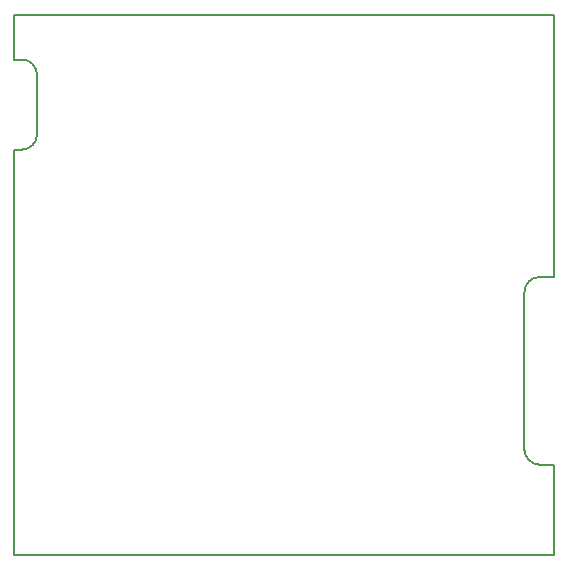
<source format=gbr>
G04 #@! TF.FileFunction,Profile,NP*
%FSLAX46Y46*%
G04 Gerber Fmt 4.6, Leading zero omitted, Abs format (unit mm)*
G04 Created by KiCad (PCBNEW 4.0.7) date 08/08/18 17:07:12*
%MOMM*%
%LPD*%
G01*
G04 APERTURE LIST*
%ADD10C,0.100000*%
%ADD11C,0.150000*%
G04 APERTURE END LIST*
D10*
D11*
X165100000Y-123190000D02*
X165100000Y-124460000D01*
X163830000Y-123190000D02*
X165100000Y-123190000D01*
X165100000Y-107315000D02*
X165100000Y-106045000D01*
X163830000Y-107315000D02*
X165100000Y-107315000D01*
X119380000Y-96520000D02*
X120015000Y-96520000D01*
X119380000Y-97790000D02*
X119380000Y-96520000D01*
X119380000Y-88900000D02*
X120015000Y-88900000D01*
X119380000Y-87630000D02*
X119380000Y-88900000D01*
X119380000Y-97790000D02*
X119380000Y-130175000D01*
X121285000Y-90170000D02*
X121285000Y-95250000D01*
X119380000Y-85090000D02*
X119380000Y-87630000D01*
X165100000Y-130810000D02*
X165100000Y-124460000D01*
X165100000Y-106045000D02*
X165100000Y-85090000D01*
X163830000Y-107315000D02*
G75*
G03X162560000Y-108585000I0J-1270000D01*
G01*
X162560000Y-121920000D02*
G75*
G03X163830000Y-123190000I1270000J0D01*
G01*
X162560000Y-108585000D02*
X162560000Y-121920000D01*
X119380000Y-85090000D02*
X165100000Y-85090000D01*
X120015000Y-96520000D02*
G75*
G03X121285000Y-95250000I0J1270000D01*
G01*
X121285000Y-90170000D02*
G75*
G03X120015000Y-88900000I-1270000J0D01*
G01*
X165100000Y-130810000D02*
X119380000Y-130810000D01*
X119380000Y-130175000D02*
X119380000Y-130810000D01*
M02*

</source>
